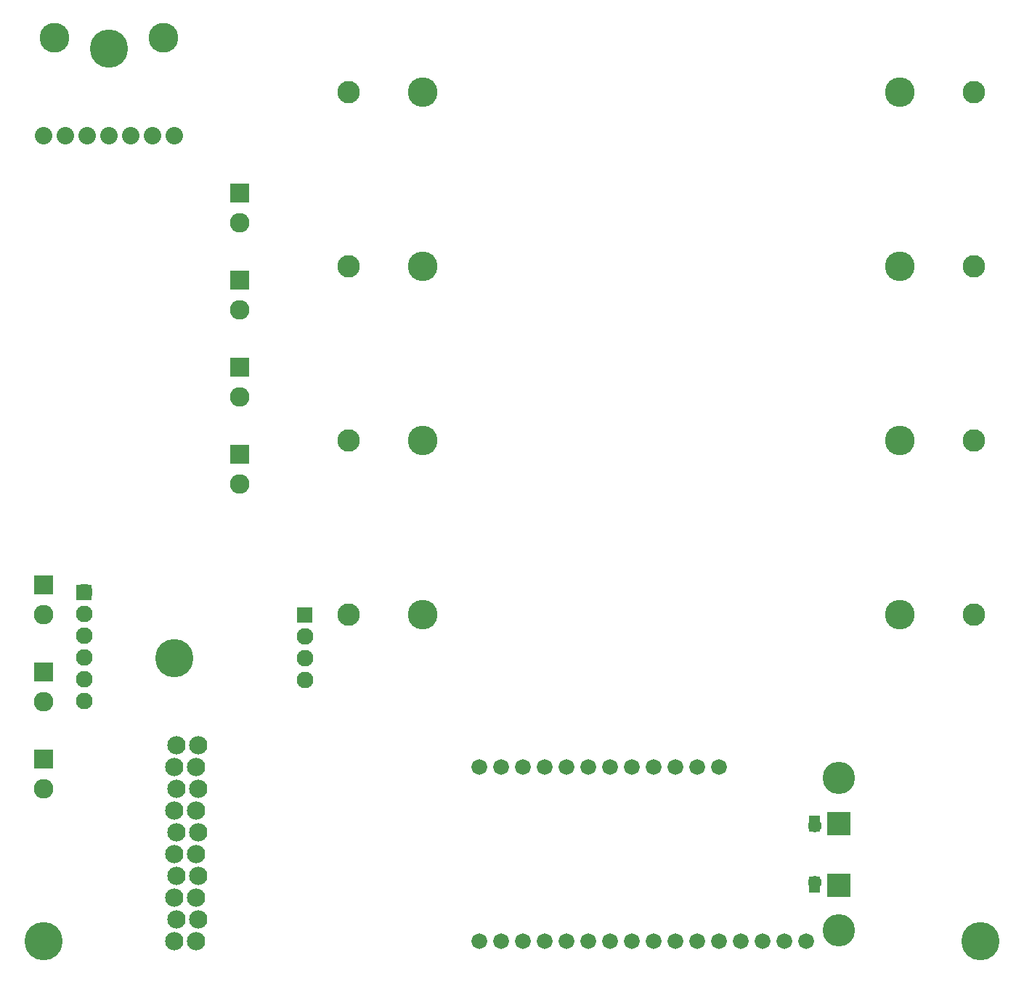
<source format=gbs>
G04 MADE WITH FRITZING*
G04 WWW.FRITZING.ORG*
G04 DOUBLE SIDED*
G04 HOLES PLATED*
G04 CONTOUR ON CENTER OF CONTOUR VECTOR*
%ASAXBY*%
%FSLAX23Y23*%
%MOIN*%
%OFA0B0*%
%SFA1.0B1.0*%
%ADD10C,0.084000*%
%ADD11C,0.136614*%
%ADD12C,0.080000*%
%ADD13C,0.090000*%
%ADD14C,0.103000*%
%ADD15C,0.136000*%
%ADD16C,0.148425*%
%ADD17C,0.105000*%
%ADD18C,0.061496*%
%ADD19C,0.072000*%
%ADD20C,0.076555*%
%ADD21C,0.059194*%
%ADD22C,0.175354*%
%ADD23R,0.090000X0.090000*%
%ADD24R,0.105000X0.105000*%
%ADD25R,0.001000X0.001000*%
%LNMASK0*%
G90*
G70*
G54D10*
X860Y1177D03*
X960Y1177D03*
X850Y1077D03*
X950Y1077D03*
X860Y977D03*
X960Y977D03*
X850Y877D03*
X950Y877D03*
X860Y777D03*
X960Y777D03*
X850Y677D03*
X950Y677D03*
X860Y577D03*
X960Y577D03*
X850Y477D03*
X950Y477D03*
X860Y377D03*
X960Y377D03*
X850Y277D03*
X950Y277D03*
G54D11*
X800Y4427D03*
G54D12*
X250Y3977D03*
X350Y3977D03*
X450Y3977D03*
X550Y3977D03*
X650Y3977D03*
X750Y3977D03*
X850Y3977D03*
G54D11*
X300Y4427D03*
G54D13*
X250Y1115D03*
X250Y977D03*
X250Y1115D03*
X250Y977D03*
X250Y1515D03*
X250Y1377D03*
X250Y1515D03*
X250Y1377D03*
X1150Y2515D03*
X1150Y2377D03*
X1150Y2515D03*
X1150Y2377D03*
X1150Y2915D03*
X1150Y2777D03*
X1150Y2915D03*
X1150Y2777D03*
X1150Y3315D03*
X1150Y3177D03*
X1150Y3315D03*
X1150Y3177D03*
X1150Y3715D03*
X1150Y3577D03*
X1150Y3715D03*
X1150Y3577D03*
X250Y1915D03*
X250Y1777D03*
X250Y1915D03*
X250Y1777D03*
G54D14*
X1650Y4177D03*
G54D15*
X1991Y4178D03*
G54D14*
X4519Y4178D03*
G54D15*
X4181Y4178D03*
G54D14*
X1650Y4177D03*
G54D15*
X1991Y4178D03*
G54D14*
X4519Y4178D03*
G54D15*
X4181Y4178D03*
G54D14*
X1650Y3377D03*
G54D15*
X1991Y3378D03*
G54D14*
X4519Y3378D03*
G54D15*
X4181Y3378D03*
G54D14*
X1650Y3377D03*
G54D15*
X1991Y3378D03*
G54D14*
X4519Y3378D03*
G54D15*
X4181Y3378D03*
G54D14*
X1650Y1777D03*
G54D15*
X1991Y1778D03*
G54D14*
X4519Y1778D03*
G54D15*
X4181Y1778D03*
G54D14*
X1650Y1777D03*
G54D15*
X1991Y1778D03*
G54D14*
X4519Y1778D03*
G54D15*
X4181Y1778D03*
G54D14*
X1650Y2577D03*
G54D15*
X1991Y2578D03*
G54D14*
X4519Y2578D03*
G54D15*
X4181Y2578D03*
G54D14*
X1650Y2577D03*
G54D15*
X1991Y2578D03*
G54D14*
X4519Y2578D03*
G54D15*
X4181Y2578D03*
G54D16*
X3900Y327D03*
G54D17*
X3899Y819D03*
G54D18*
X3789Y807D03*
G54D19*
X2250Y277D03*
X2350Y277D03*
X2450Y277D03*
X2550Y277D03*
X2650Y277D03*
X2750Y277D03*
X2850Y277D03*
X2950Y277D03*
X3050Y277D03*
G54D16*
X3900Y1027D03*
G54D19*
X3150Y277D03*
X3250Y277D03*
X3350Y277D03*
X3450Y277D03*
X3550Y277D03*
X3650Y277D03*
X3750Y277D03*
X3350Y1077D03*
X3250Y1077D03*
X3150Y1077D03*
X3050Y1077D03*
X2950Y1077D03*
X2850Y1077D03*
X2750Y1077D03*
X2650Y1077D03*
X2550Y1077D03*
X2450Y1077D03*
X2350Y1077D03*
X2250Y1077D03*
G54D18*
X3789Y547D03*
G54D17*
X3899Y535D03*
G54D16*
X3900Y327D03*
G54D17*
X3899Y819D03*
G54D18*
X3789Y807D03*
G54D19*
X2250Y277D03*
X2350Y277D03*
X2450Y277D03*
X2550Y277D03*
X2650Y277D03*
X2750Y277D03*
X2850Y277D03*
X2950Y277D03*
X3050Y277D03*
G54D16*
X3900Y1027D03*
G54D19*
X3150Y277D03*
X3250Y277D03*
X3350Y277D03*
X3450Y277D03*
X3550Y277D03*
X3650Y277D03*
X3750Y277D03*
X3350Y1077D03*
X3250Y1077D03*
X3150Y1077D03*
X3050Y1077D03*
X2950Y1077D03*
X2850Y1077D03*
X2750Y1077D03*
X2650Y1077D03*
X2550Y1077D03*
X2450Y1077D03*
X2350Y1077D03*
X2250Y1077D03*
G54D18*
X3789Y547D03*
G54D17*
X3899Y535D03*
G54D20*
X437Y1780D03*
X437Y1680D03*
X437Y1580D03*
X437Y1480D03*
X437Y1380D03*
X437Y1880D03*
X1450Y1677D03*
X1450Y1577D03*
G54D21*
X1450Y1777D03*
G54D20*
X1450Y1477D03*
G54D22*
X4550Y277D03*
X850Y1577D03*
X550Y4377D03*
X250Y277D03*
G54D23*
X250Y1115D03*
X250Y1115D03*
X250Y1515D03*
X250Y1515D03*
X1150Y2515D03*
X1150Y2515D03*
X1150Y2915D03*
X1150Y2915D03*
X1150Y3315D03*
X1150Y3315D03*
X1150Y3715D03*
X1150Y3715D03*
X250Y1915D03*
X250Y1915D03*
G54D24*
X3899Y819D03*
X3899Y535D03*
X3899Y819D03*
X3899Y535D03*
G54D25*
X403Y1915D02*
X470Y1915D01*
X402Y1914D02*
X471Y1914D01*
X402Y1913D02*
X471Y1913D01*
X402Y1912D02*
X471Y1912D01*
X402Y1911D02*
X471Y1911D01*
X402Y1910D02*
X471Y1910D01*
X402Y1909D02*
X471Y1909D01*
X402Y1908D02*
X471Y1908D01*
X402Y1907D02*
X471Y1907D01*
X402Y1906D02*
X471Y1906D01*
X402Y1905D02*
X471Y1905D01*
X402Y1904D02*
X471Y1904D01*
X402Y1903D02*
X471Y1903D01*
X402Y1902D02*
X471Y1902D01*
X402Y1901D02*
X471Y1901D01*
X402Y1900D02*
X471Y1900D01*
X402Y1899D02*
X471Y1899D01*
X402Y1898D02*
X471Y1898D01*
X402Y1897D02*
X471Y1897D01*
X402Y1896D02*
X471Y1896D01*
X402Y1895D02*
X471Y1895D01*
X402Y1894D02*
X471Y1894D01*
X402Y1893D02*
X432Y1893D01*
X441Y1893D02*
X471Y1893D01*
X402Y1892D02*
X429Y1892D01*
X444Y1892D02*
X471Y1892D01*
X402Y1891D02*
X428Y1891D01*
X445Y1891D02*
X471Y1891D01*
X402Y1890D02*
X427Y1890D01*
X446Y1890D02*
X471Y1890D01*
X402Y1889D02*
X426Y1889D01*
X447Y1889D02*
X471Y1889D01*
X402Y1888D02*
X425Y1888D01*
X448Y1888D02*
X471Y1888D01*
X402Y1887D02*
X424Y1887D01*
X449Y1887D02*
X471Y1887D01*
X402Y1886D02*
X424Y1886D01*
X449Y1886D02*
X471Y1886D01*
X402Y1885D02*
X423Y1885D01*
X450Y1885D02*
X471Y1885D01*
X402Y1884D02*
X423Y1884D01*
X450Y1884D02*
X471Y1884D01*
X402Y1883D02*
X423Y1883D01*
X450Y1883D02*
X471Y1883D01*
X402Y1882D02*
X423Y1882D01*
X450Y1882D02*
X471Y1882D01*
X402Y1881D02*
X423Y1881D01*
X450Y1881D02*
X471Y1881D01*
X402Y1880D02*
X423Y1880D01*
X450Y1880D02*
X471Y1880D01*
X402Y1879D02*
X423Y1879D01*
X450Y1879D02*
X471Y1879D01*
X402Y1878D02*
X423Y1878D01*
X450Y1878D02*
X471Y1878D01*
X402Y1877D02*
X423Y1877D01*
X450Y1877D02*
X471Y1877D01*
X402Y1876D02*
X423Y1876D01*
X450Y1876D02*
X471Y1876D01*
X402Y1875D02*
X423Y1875D01*
X450Y1875D02*
X471Y1875D01*
X402Y1874D02*
X424Y1874D01*
X449Y1874D02*
X471Y1874D01*
X402Y1873D02*
X425Y1873D01*
X448Y1873D02*
X471Y1873D01*
X402Y1872D02*
X425Y1872D01*
X448Y1872D02*
X471Y1872D01*
X402Y1871D02*
X426Y1871D01*
X447Y1871D02*
X471Y1871D01*
X402Y1870D02*
X427Y1870D01*
X446Y1870D02*
X471Y1870D01*
X402Y1869D02*
X428Y1869D01*
X445Y1869D02*
X471Y1869D01*
X402Y1868D02*
X430Y1868D01*
X443Y1868D02*
X471Y1868D01*
X402Y1867D02*
X433Y1867D01*
X440Y1867D02*
X471Y1867D01*
X402Y1866D02*
X471Y1866D01*
X402Y1865D02*
X471Y1865D01*
X402Y1864D02*
X471Y1864D01*
X402Y1863D02*
X471Y1863D01*
X402Y1862D02*
X471Y1862D01*
X402Y1861D02*
X471Y1861D01*
X402Y1860D02*
X471Y1860D01*
X402Y1859D02*
X471Y1859D01*
X402Y1858D02*
X471Y1858D01*
X402Y1857D02*
X471Y1857D01*
X402Y1856D02*
X471Y1856D01*
X402Y1855D02*
X471Y1855D01*
X402Y1854D02*
X471Y1854D01*
X402Y1853D02*
X471Y1853D01*
X402Y1852D02*
X471Y1852D01*
X402Y1851D02*
X471Y1851D01*
X402Y1850D02*
X471Y1850D01*
X402Y1849D02*
X471Y1849D01*
X402Y1848D02*
X471Y1848D01*
X402Y1847D02*
X471Y1847D01*
X402Y1846D02*
X471Y1846D01*
X1415Y1812D02*
X1483Y1812D01*
X1415Y1811D02*
X1483Y1811D01*
X1415Y1810D02*
X1483Y1810D01*
X1415Y1809D02*
X1483Y1809D01*
X1415Y1808D02*
X1483Y1808D01*
X1415Y1807D02*
X1483Y1807D01*
X1415Y1806D02*
X1483Y1806D01*
X1415Y1805D02*
X1483Y1805D01*
X1415Y1804D02*
X1483Y1804D01*
X1415Y1803D02*
X1483Y1803D01*
X1415Y1802D02*
X1483Y1802D01*
X1415Y1801D02*
X1483Y1801D01*
X1415Y1800D02*
X1483Y1800D01*
X1415Y1799D02*
X1483Y1799D01*
X1415Y1798D02*
X1483Y1798D01*
X1415Y1797D02*
X1483Y1797D01*
X1415Y1796D02*
X1483Y1796D01*
X1415Y1795D02*
X1483Y1795D01*
X1415Y1794D02*
X1483Y1794D01*
X1415Y1793D02*
X1483Y1793D01*
X1415Y1792D02*
X1483Y1792D01*
X1415Y1791D02*
X1483Y1791D01*
X1415Y1790D02*
X1443Y1790D01*
X1455Y1790D02*
X1483Y1790D01*
X1415Y1789D02*
X1441Y1789D01*
X1456Y1789D02*
X1483Y1789D01*
X1415Y1788D02*
X1440Y1788D01*
X1458Y1788D02*
X1483Y1788D01*
X1415Y1787D02*
X1439Y1787D01*
X1459Y1787D02*
X1483Y1787D01*
X1415Y1786D02*
X1438Y1786D01*
X1460Y1786D02*
X1483Y1786D01*
X1415Y1785D02*
X1437Y1785D01*
X1461Y1785D02*
X1483Y1785D01*
X1415Y1784D02*
X1437Y1784D01*
X1461Y1784D02*
X1483Y1784D01*
X1415Y1783D02*
X1436Y1783D01*
X1462Y1783D02*
X1483Y1783D01*
X1415Y1782D02*
X1436Y1782D01*
X1462Y1782D02*
X1483Y1782D01*
X1415Y1781D02*
X1435Y1781D01*
X1462Y1781D02*
X1483Y1781D01*
X1415Y1780D02*
X1435Y1780D01*
X1463Y1780D02*
X1483Y1780D01*
X1415Y1779D02*
X1435Y1779D01*
X1463Y1779D02*
X1483Y1779D01*
X1415Y1778D02*
X1435Y1778D01*
X1463Y1778D02*
X1483Y1778D01*
X1415Y1777D02*
X1435Y1777D01*
X1463Y1777D02*
X1483Y1777D01*
X1415Y1776D02*
X1435Y1776D01*
X1463Y1776D02*
X1483Y1776D01*
X1415Y1775D02*
X1435Y1775D01*
X1463Y1775D02*
X1483Y1775D01*
X1415Y1774D02*
X1435Y1774D01*
X1462Y1774D02*
X1483Y1774D01*
X1415Y1773D02*
X1436Y1773D01*
X1462Y1773D02*
X1483Y1773D01*
X1415Y1772D02*
X1436Y1772D01*
X1462Y1772D02*
X1483Y1772D01*
X1415Y1771D02*
X1437Y1771D01*
X1461Y1771D02*
X1483Y1771D01*
X1415Y1770D02*
X1437Y1770D01*
X1461Y1770D02*
X1483Y1770D01*
X1415Y1769D02*
X1438Y1769D01*
X1460Y1769D02*
X1483Y1769D01*
X1415Y1768D02*
X1439Y1768D01*
X1459Y1768D02*
X1483Y1768D01*
X1415Y1767D02*
X1440Y1767D01*
X1458Y1767D02*
X1483Y1767D01*
X1415Y1766D02*
X1441Y1766D01*
X1457Y1766D02*
X1483Y1766D01*
X1415Y1765D02*
X1443Y1765D01*
X1455Y1765D02*
X1483Y1765D01*
X1415Y1764D02*
X1448Y1764D01*
X1450Y1764D02*
X1483Y1764D01*
X1415Y1763D02*
X1483Y1763D01*
X1415Y1762D02*
X1483Y1762D01*
X1415Y1761D02*
X1483Y1761D01*
X1415Y1760D02*
X1483Y1760D01*
X1415Y1759D02*
X1483Y1759D01*
X1415Y1758D02*
X1483Y1758D01*
X1415Y1757D02*
X1483Y1757D01*
X1415Y1756D02*
X1483Y1756D01*
X1415Y1755D02*
X1483Y1755D01*
X1415Y1754D02*
X1483Y1754D01*
X1415Y1753D02*
X1483Y1753D01*
X1415Y1752D02*
X1483Y1752D01*
X1415Y1751D02*
X1483Y1751D01*
X1415Y1750D02*
X1483Y1750D01*
X1415Y1749D02*
X1483Y1749D01*
X1415Y1748D02*
X1483Y1748D01*
X1415Y1747D02*
X1483Y1747D01*
X1415Y1746D02*
X1483Y1746D01*
X1415Y1745D02*
X1483Y1745D01*
X1415Y1744D02*
X1483Y1744D01*
X1415Y1743D02*
X1483Y1743D01*
X3763Y853D02*
X3814Y853D01*
X3763Y852D02*
X3814Y852D01*
X3763Y851D02*
X3814Y851D01*
X3763Y850D02*
X3814Y850D01*
X3763Y849D02*
X3814Y849D01*
X3763Y848D02*
X3814Y848D01*
X3763Y847D02*
X3814Y847D01*
X3763Y846D02*
X3814Y846D01*
X3763Y845D02*
X3814Y845D01*
X3763Y844D02*
X3814Y844D01*
X3763Y843D02*
X3814Y843D01*
X3763Y842D02*
X3814Y842D01*
X3763Y841D02*
X3814Y841D01*
X3763Y840D02*
X3814Y840D01*
X3763Y839D02*
X3814Y839D01*
X3763Y838D02*
X3814Y838D01*
X3763Y837D02*
X3814Y837D01*
X3763Y836D02*
X3814Y836D01*
X3763Y835D02*
X3814Y835D01*
X3763Y834D02*
X3814Y834D01*
X3763Y833D02*
X3814Y833D01*
X3763Y832D02*
X3814Y832D01*
X3763Y831D02*
X3814Y831D01*
X3763Y830D02*
X3814Y830D01*
X3763Y829D02*
X3814Y829D01*
X3763Y828D02*
X3814Y828D01*
X3763Y827D02*
X3814Y827D01*
X3763Y826D02*
X3814Y826D01*
X3763Y825D02*
X3814Y825D01*
X3763Y824D02*
X3814Y824D01*
X3763Y823D02*
X3786Y823D01*
X3791Y823D02*
X3814Y823D01*
X3763Y822D02*
X3782Y822D01*
X3795Y822D02*
X3814Y822D01*
X3763Y821D02*
X3780Y821D01*
X3797Y821D02*
X3814Y821D01*
X3763Y820D02*
X3778Y820D01*
X3798Y820D02*
X3814Y820D01*
X3763Y819D02*
X3777Y819D01*
X3799Y819D02*
X3814Y819D01*
X3763Y818D02*
X3776Y818D01*
X3800Y818D02*
X3814Y818D01*
X3763Y817D02*
X3775Y817D01*
X3801Y817D02*
X3814Y817D01*
X3763Y816D02*
X3775Y816D01*
X3802Y816D02*
X3814Y816D01*
X3763Y815D02*
X3774Y815D01*
X3803Y815D02*
X3814Y815D01*
X3763Y814D02*
X3773Y814D01*
X3803Y814D02*
X3814Y814D01*
X3763Y813D02*
X3773Y813D01*
X3804Y813D02*
X3814Y813D01*
X3763Y812D02*
X3773Y812D01*
X3804Y812D02*
X3814Y812D01*
X3763Y811D02*
X3772Y811D01*
X3804Y811D02*
X3814Y811D01*
X3763Y810D02*
X3772Y810D01*
X3804Y810D02*
X3814Y810D01*
X3763Y809D02*
X3772Y809D01*
X3804Y809D02*
X3814Y809D01*
X3763Y808D02*
X3772Y808D01*
X3804Y808D02*
X3814Y808D01*
X3763Y807D02*
X3772Y807D01*
X3804Y807D02*
X3814Y807D01*
X3763Y806D02*
X3772Y806D01*
X3804Y806D02*
X3814Y806D01*
X3763Y805D02*
X3772Y805D01*
X3804Y805D02*
X3814Y805D01*
X3763Y804D02*
X3772Y804D01*
X3804Y804D02*
X3814Y804D01*
X3763Y803D02*
X3773Y803D01*
X3804Y803D02*
X3814Y803D01*
X3763Y802D02*
X3773Y802D01*
X3804Y802D02*
X3814Y802D01*
X3763Y801D02*
X3773Y801D01*
X3803Y801D02*
X3814Y801D01*
X3763Y800D02*
X3774Y800D01*
X3803Y800D02*
X3814Y800D01*
X3763Y799D02*
X3774Y799D01*
X3802Y799D02*
X3814Y799D01*
X3763Y798D02*
X3775Y798D01*
X3801Y798D02*
X3814Y798D01*
X3763Y797D02*
X3776Y797D01*
X3800Y797D02*
X3814Y797D01*
X3763Y796D02*
X3777Y796D01*
X3800Y796D02*
X3814Y796D01*
X3763Y795D02*
X3778Y795D01*
X3798Y795D02*
X3814Y795D01*
X3763Y794D02*
X3780Y794D01*
X3797Y794D02*
X3814Y794D01*
X3763Y793D02*
X3781Y793D01*
X3795Y793D02*
X3814Y793D01*
X3763Y792D02*
X3787Y792D01*
X3790Y792D02*
X3814Y792D01*
X3763Y791D02*
X3814Y791D01*
X3763Y790D02*
X3814Y790D01*
X3763Y789D02*
X3814Y789D01*
X3763Y788D02*
X3814Y788D01*
X3763Y787D02*
X3814Y787D01*
X3763Y786D02*
X3814Y786D01*
X3763Y785D02*
X3814Y785D01*
X3763Y784D02*
X3814Y784D01*
X3763Y783D02*
X3814Y783D01*
X3763Y782D02*
X3813Y782D01*
X3763Y573D02*
X3813Y573D01*
X3763Y572D02*
X3814Y572D01*
X3763Y571D02*
X3814Y571D01*
X3763Y570D02*
X3814Y570D01*
X3763Y569D02*
X3814Y569D01*
X3763Y568D02*
X3814Y568D01*
X3763Y567D02*
X3814Y567D01*
X3763Y566D02*
X3814Y566D01*
X3763Y565D02*
X3814Y565D01*
X3763Y564D02*
X3814Y564D01*
X3763Y563D02*
X3785Y563D01*
X3792Y563D02*
X3814Y563D01*
X3763Y562D02*
X3781Y562D01*
X3795Y562D02*
X3814Y562D01*
X3763Y561D02*
X3779Y561D01*
X3797Y561D02*
X3814Y561D01*
X3763Y560D02*
X3778Y560D01*
X3798Y560D02*
X3814Y560D01*
X3763Y559D02*
X3777Y559D01*
X3800Y559D02*
X3814Y559D01*
X3763Y558D02*
X3776Y558D01*
X3801Y558D02*
X3814Y558D01*
X3763Y557D02*
X3775Y557D01*
X3801Y557D02*
X3814Y557D01*
X3763Y556D02*
X3774Y556D01*
X3802Y556D02*
X3814Y556D01*
X3763Y555D02*
X3774Y555D01*
X3803Y555D02*
X3814Y555D01*
X3763Y554D02*
X3773Y554D01*
X3803Y554D02*
X3814Y554D01*
X3763Y553D02*
X3773Y553D01*
X3804Y553D02*
X3814Y553D01*
X3763Y552D02*
X3773Y552D01*
X3804Y552D02*
X3814Y552D01*
X3763Y551D02*
X3772Y551D01*
X3804Y551D02*
X3814Y551D01*
X3763Y550D02*
X3772Y550D01*
X3804Y550D02*
X3814Y550D01*
X3763Y549D02*
X3772Y549D01*
X3804Y549D02*
X3814Y549D01*
X3763Y548D02*
X3772Y548D01*
X3804Y548D02*
X3814Y548D01*
X3763Y547D02*
X3772Y547D01*
X3804Y547D02*
X3814Y547D01*
X3763Y546D02*
X3772Y546D01*
X3804Y546D02*
X3814Y546D01*
X3763Y545D02*
X3772Y545D01*
X3804Y545D02*
X3814Y545D01*
X3763Y544D02*
X3772Y544D01*
X3804Y544D02*
X3814Y544D01*
X3763Y543D02*
X3773Y543D01*
X3804Y543D02*
X3814Y543D01*
X3763Y542D02*
X3773Y542D01*
X3804Y542D02*
X3814Y542D01*
X3763Y541D02*
X3773Y541D01*
X3803Y541D02*
X3814Y541D01*
X3763Y540D02*
X3774Y540D01*
X3803Y540D02*
X3814Y540D01*
X3763Y539D02*
X3775Y539D01*
X3802Y539D02*
X3814Y539D01*
X3763Y538D02*
X3775Y538D01*
X3801Y538D02*
X3814Y538D01*
X3763Y537D02*
X3776Y537D01*
X3800Y537D02*
X3814Y537D01*
X3763Y536D02*
X3777Y536D01*
X3799Y536D02*
X3814Y536D01*
X3763Y535D02*
X3778Y535D01*
X3798Y535D02*
X3814Y535D01*
X3763Y534D02*
X3780Y534D01*
X3797Y534D02*
X3814Y534D01*
X3763Y533D02*
X3782Y533D01*
X3795Y533D02*
X3814Y533D01*
X3763Y532D02*
X3787Y532D01*
X3790Y532D02*
X3814Y532D01*
X3763Y531D02*
X3814Y531D01*
X3763Y530D02*
X3814Y530D01*
X3763Y529D02*
X3814Y529D01*
X3763Y528D02*
X3814Y528D01*
X3763Y527D02*
X3814Y527D01*
X3763Y526D02*
X3814Y526D01*
X3763Y525D02*
X3814Y525D01*
X3763Y524D02*
X3814Y524D01*
X3763Y523D02*
X3814Y523D01*
X3763Y522D02*
X3814Y522D01*
X3763Y521D02*
X3814Y521D01*
X3763Y520D02*
X3814Y520D01*
X3763Y519D02*
X3814Y519D01*
X3763Y518D02*
X3814Y518D01*
X3763Y517D02*
X3814Y517D01*
X3763Y516D02*
X3814Y516D01*
X3763Y515D02*
X3814Y515D01*
X3763Y514D02*
X3814Y514D01*
X3763Y513D02*
X3814Y513D01*
X3763Y512D02*
X3814Y512D01*
X3763Y511D02*
X3814Y511D01*
X3763Y510D02*
X3814Y510D01*
X3763Y509D02*
X3814Y509D01*
X3763Y508D02*
X3814Y508D01*
X3763Y507D02*
X3814Y507D01*
X3763Y506D02*
X3814Y506D01*
X3763Y505D02*
X3814Y505D01*
X3763Y504D02*
X3814Y504D01*
X3763Y503D02*
X3814Y503D01*
X3763Y502D02*
X3814Y502D01*
D02*
G04 End of Mask0*
M02*
</source>
